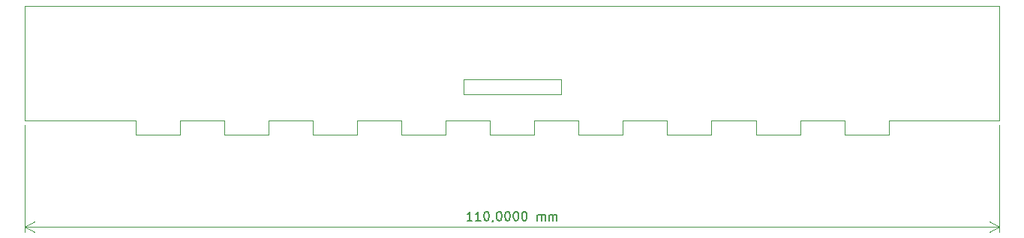
<source format=gbr>
%TF.GenerationSoftware,KiCad,Pcbnew,7.0.5*%
%TF.CreationDate,2023-07-17T12:02:18+02:00*%
%TF.ProjectId,Small_Wall,536d616c-6c5f-4576-916c-6c2e6b696361,rev?*%
%TF.SameCoordinates,Original*%
%TF.FileFunction,Profile,NP*%
%FSLAX46Y46*%
G04 Gerber Fmt 4.6, Leading zero omitted, Abs format (unit mm)*
G04 Created by KiCad (PCBNEW 7.0.5) date 2023-07-17 12:02:18*
%MOMM*%
%LPD*%
G01*
G04 APERTURE LIST*
%TA.AperFunction,Profile*%
%ADD10C,0.100000*%
%TD*%
%ADD11C,0.150000*%
G04 APERTURE END LIST*
D10*
X97500000Y-110000000D02*
X102500000Y-110000000D01*
X37500000Y-110000000D02*
X42500000Y-110000000D01*
X102500000Y-111600000D02*
X102500000Y-110000000D01*
X82500000Y-111600000D02*
X82500000Y-110000000D01*
X107500000Y-110000000D02*
X112500000Y-110000000D01*
X87500000Y-111600000D02*
X87500000Y-110000000D01*
X20000000Y-110000000D02*
X20000000Y-97000000D01*
X72500000Y-111600000D02*
X72500000Y-110000000D01*
X82500000Y-111600000D02*
X87500000Y-111600000D01*
X37500000Y-111600000D02*
X37500000Y-110000000D01*
X130000000Y-97000000D02*
X130000000Y-110000000D01*
X112500000Y-111600000D02*
X117500000Y-111600000D01*
X47500000Y-111600000D02*
X47500000Y-110000000D01*
X67500000Y-110000000D02*
X72500000Y-110000000D01*
X42500000Y-111600000D02*
X42500000Y-110000000D01*
X77500000Y-110000000D02*
X82500000Y-110000000D01*
X97500000Y-111600000D02*
X97500000Y-110000000D01*
X32500000Y-111600000D02*
X37500000Y-111600000D01*
X67500000Y-111600000D02*
X67500000Y-110000000D01*
X47500000Y-110000000D02*
X52500000Y-110000000D01*
X112500000Y-111600000D02*
X112500000Y-110000000D01*
X57500000Y-110000000D02*
X62500000Y-110000000D01*
X117500000Y-111600000D02*
X117500000Y-110000000D01*
X87500000Y-110000000D02*
X92500000Y-110000000D01*
X20000000Y-110000000D02*
X32500000Y-110000000D01*
X77500000Y-111600000D02*
X77500000Y-110000000D01*
X32500000Y-111600000D02*
X32500000Y-110000000D01*
X92500000Y-111600000D02*
X97500000Y-111600000D01*
X102500000Y-111600000D02*
X107500000Y-111600000D01*
X62500000Y-111600000D02*
X62500000Y-110000000D01*
X107500000Y-111600000D02*
X107500000Y-110000000D01*
X52500000Y-111600000D02*
X57500000Y-111600000D01*
X72500000Y-111600000D02*
X77500000Y-111600000D01*
X62500000Y-111600000D02*
X67500000Y-111600000D01*
X69500000Y-105300000D02*
X80500000Y-105300000D01*
X80500000Y-107000000D01*
X69500000Y-107000000D01*
X69500000Y-105300000D01*
X57500000Y-111600000D02*
X57500000Y-110000000D01*
X42500000Y-111600000D02*
X47500000Y-111600000D01*
X20000000Y-97000000D02*
X130000000Y-97000000D01*
X117500000Y-110000000D02*
X130000000Y-110000000D01*
X92500000Y-111600000D02*
X92500000Y-110000000D01*
X52500000Y-111600000D02*
X52500000Y-110000000D01*
D11*
X70476190Y-121304819D02*
X69904762Y-121304819D01*
X70190476Y-121304819D02*
X70190476Y-120304819D01*
X70190476Y-120304819D02*
X70095238Y-120447676D01*
X70095238Y-120447676D02*
X70000000Y-120542914D01*
X70000000Y-120542914D02*
X69904762Y-120590533D01*
X71428571Y-121304819D02*
X70857143Y-121304819D01*
X71142857Y-121304819D02*
X71142857Y-120304819D01*
X71142857Y-120304819D02*
X71047619Y-120447676D01*
X71047619Y-120447676D02*
X70952381Y-120542914D01*
X70952381Y-120542914D02*
X70857143Y-120590533D01*
X72047619Y-120304819D02*
X72142857Y-120304819D01*
X72142857Y-120304819D02*
X72238095Y-120352438D01*
X72238095Y-120352438D02*
X72285714Y-120400057D01*
X72285714Y-120400057D02*
X72333333Y-120495295D01*
X72333333Y-120495295D02*
X72380952Y-120685771D01*
X72380952Y-120685771D02*
X72380952Y-120923866D01*
X72380952Y-120923866D02*
X72333333Y-121114342D01*
X72333333Y-121114342D02*
X72285714Y-121209580D01*
X72285714Y-121209580D02*
X72238095Y-121257200D01*
X72238095Y-121257200D02*
X72142857Y-121304819D01*
X72142857Y-121304819D02*
X72047619Y-121304819D01*
X72047619Y-121304819D02*
X71952381Y-121257200D01*
X71952381Y-121257200D02*
X71904762Y-121209580D01*
X71904762Y-121209580D02*
X71857143Y-121114342D01*
X71857143Y-121114342D02*
X71809524Y-120923866D01*
X71809524Y-120923866D02*
X71809524Y-120685771D01*
X71809524Y-120685771D02*
X71857143Y-120495295D01*
X71857143Y-120495295D02*
X71904762Y-120400057D01*
X71904762Y-120400057D02*
X71952381Y-120352438D01*
X71952381Y-120352438D02*
X72047619Y-120304819D01*
X72857143Y-121257200D02*
X72857143Y-121304819D01*
X72857143Y-121304819D02*
X72809524Y-121400057D01*
X72809524Y-121400057D02*
X72761905Y-121447676D01*
X73476190Y-120304819D02*
X73571428Y-120304819D01*
X73571428Y-120304819D02*
X73666666Y-120352438D01*
X73666666Y-120352438D02*
X73714285Y-120400057D01*
X73714285Y-120400057D02*
X73761904Y-120495295D01*
X73761904Y-120495295D02*
X73809523Y-120685771D01*
X73809523Y-120685771D02*
X73809523Y-120923866D01*
X73809523Y-120923866D02*
X73761904Y-121114342D01*
X73761904Y-121114342D02*
X73714285Y-121209580D01*
X73714285Y-121209580D02*
X73666666Y-121257200D01*
X73666666Y-121257200D02*
X73571428Y-121304819D01*
X73571428Y-121304819D02*
X73476190Y-121304819D01*
X73476190Y-121304819D02*
X73380952Y-121257200D01*
X73380952Y-121257200D02*
X73333333Y-121209580D01*
X73333333Y-121209580D02*
X73285714Y-121114342D01*
X73285714Y-121114342D02*
X73238095Y-120923866D01*
X73238095Y-120923866D02*
X73238095Y-120685771D01*
X73238095Y-120685771D02*
X73285714Y-120495295D01*
X73285714Y-120495295D02*
X73333333Y-120400057D01*
X73333333Y-120400057D02*
X73380952Y-120352438D01*
X73380952Y-120352438D02*
X73476190Y-120304819D01*
X74428571Y-120304819D02*
X74523809Y-120304819D01*
X74523809Y-120304819D02*
X74619047Y-120352438D01*
X74619047Y-120352438D02*
X74666666Y-120400057D01*
X74666666Y-120400057D02*
X74714285Y-120495295D01*
X74714285Y-120495295D02*
X74761904Y-120685771D01*
X74761904Y-120685771D02*
X74761904Y-120923866D01*
X74761904Y-120923866D02*
X74714285Y-121114342D01*
X74714285Y-121114342D02*
X74666666Y-121209580D01*
X74666666Y-121209580D02*
X74619047Y-121257200D01*
X74619047Y-121257200D02*
X74523809Y-121304819D01*
X74523809Y-121304819D02*
X74428571Y-121304819D01*
X74428571Y-121304819D02*
X74333333Y-121257200D01*
X74333333Y-121257200D02*
X74285714Y-121209580D01*
X74285714Y-121209580D02*
X74238095Y-121114342D01*
X74238095Y-121114342D02*
X74190476Y-120923866D01*
X74190476Y-120923866D02*
X74190476Y-120685771D01*
X74190476Y-120685771D02*
X74238095Y-120495295D01*
X74238095Y-120495295D02*
X74285714Y-120400057D01*
X74285714Y-120400057D02*
X74333333Y-120352438D01*
X74333333Y-120352438D02*
X74428571Y-120304819D01*
X75380952Y-120304819D02*
X75476190Y-120304819D01*
X75476190Y-120304819D02*
X75571428Y-120352438D01*
X75571428Y-120352438D02*
X75619047Y-120400057D01*
X75619047Y-120400057D02*
X75666666Y-120495295D01*
X75666666Y-120495295D02*
X75714285Y-120685771D01*
X75714285Y-120685771D02*
X75714285Y-120923866D01*
X75714285Y-120923866D02*
X75666666Y-121114342D01*
X75666666Y-121114342D02*
X75619047Y-121209580D01*
X75619047Y-121209580D02*
X75571428Y-121257200D01*
X75571428Y-121257200D02*
X75476190Y-121304819D01*
X75476190Y-121304819D02*
X75380952Y-121304819D01*
X75380952Y-121304819D02*
X75285714Y-121257200D01*
X75285714Y-121257200D02*
X75238095Y-121209580D01*
X75238095Y-121209580D02*
X75190476Y-121114342D01*
X75190476Y-121114342D02*
X75142857Y-120923866D01*
X75142857Y-120923866D02*
X75142857Y-120685771D01*
X75142857Y-120685771D02*
X75190476Y-120495295D01*
X75190476Y-120495295D02*
X75238095Y-120400057D01*
X75238095Y-120400057D02*
X75285714Y-120352438D01*
X75285714Y-120352438D02*
X75380952Y-120304819D01*
X76333333Y-120304819D02*
X76428571Y-120304819D01*
X76428571Y-120304819D02*
X76523809Y-120352438D01*
X76523809Y-120352438D02*
X76571428Y-120400057D01*
X76571428Y-120400057D02*
X76619047Y-120495295D01*
X76619047Y-120495295D02*
X76666666Y-120685771D01*
X76666666Y-120685771D02*
X76666666Y-120923866D01*
X76666666Y-120923866D02*
X76619047Y-121114342D01*
X76619047Y-121114342D02*
X76571428Y-121209580D01*
X76571428Y-121209580D02*
X76523809Y-121257200D01*
X76523809Y-121257200D02*
X76428571Y-121304819D01*
X76428571Y-121304819D02*
X76333333Y-121304819D01*
X76333333Y-121304819D02*
X76238095Y-121257200D01*
X76238095Y-121257200D02*
X76190476Y-121209580D01*
X76190476Y-121209580D02*
X76142857Y-121114342D01*
X76142857Y-121114342D02*
X76095238Y-120923866D01*
X76095238Y-120923866D02*
X76095238Y-120685771D01*
X76095238Y-120685771D02*
X76142857Y-120495295D01*
X76142857Y-120495295D02*
X76190476Y-120400057D01*
X76190476Y-120400057D02*
X76238095Y-120352438D01*
X76238095Y-120352438D02*
X76333333Y-120304819D01*
X77857143Y-121304819D02*
X77857143Y-120638152D01*
X77857143Y-120733390D02*
X77904762Y-120685771D01*
X77904762Y-120685771D02*
X78000000Y-120638152D01*
X78000000Y-120638152D02*
X78142857Y-120638152D01*
X78142857Y-120638152D02*
X78238095Y-120685771D01*
X78238095Y-120685771D02*
X78285714Y-120781009D01*
X78285714Y-120781009D02*
X78285714Y-121304819D01*
X78285714Y-120781009D02*
X78333333Y-120685771D01*
X78333333Y-120685771D02*
X78428571Y-120638152D01*
X78428571Y-120638152D02*
X78571428Y-120638152D01*
X78571428Y-120638152D02*
X78666667Y-120685771D01*
X78666667Y-120685771D02*
X78714286Y-120781009D01*
X78714286Y-120781009D02*
X78714286Y-121304819D01*
X79190476Y-121304819D02*
X79190476Y-120638152D01*
X79190476Y-120733390D02*
X79238095Y-120685771D01*
X79238095Y-120685771D02*
X79333333Y-120638152D01*
X79333333Y-120638152D02*
X79476190Y-120638152D01*
X79476190Y-120638152D02*
X79571428Y-120685771D01*
X79571428Y-120685771D02*
X79619047Y-120781009D01*
X79619047Y-120781009D02*
X79619047Y-121304819D01*
X79619047Y-120781009D02*
X79666666Y-120685771D01*
X79666666Y-120685771D02*
X79761904Y-120638152D01*
X79761904Y-120638152D02*
X79904761Y-120638152D01*
X79904761Y-120638152D02*
X80000000Y-120685771D01*
X80000000Y-120685771D02*
X80047619Y-120781009D01*
X80047619Y-120781009D02*
X80047619Y-121304819D01*
D10*
X20000000Y-110500000D02*
X20000000Y-122586420D01*
X130000000Y-110500000D02*
X130000000Y-122586420D01*
X20000000Y-122000000D02*
X130000000Y-122000000D01*
X20000000Y-122000000D02*
X130000000Y-122000000D01*
X20000000Y-122000000D02*
X21126504Y-121413579D01*
X20000000Y-122000000D02*
X21126504Y-122586421D01*
X130000000Y-122000000D02*
X128873496Y-122586421D01*
X130000000Y-122000000D02*
X128873496Y-121413579D01*
M02*

</source>
